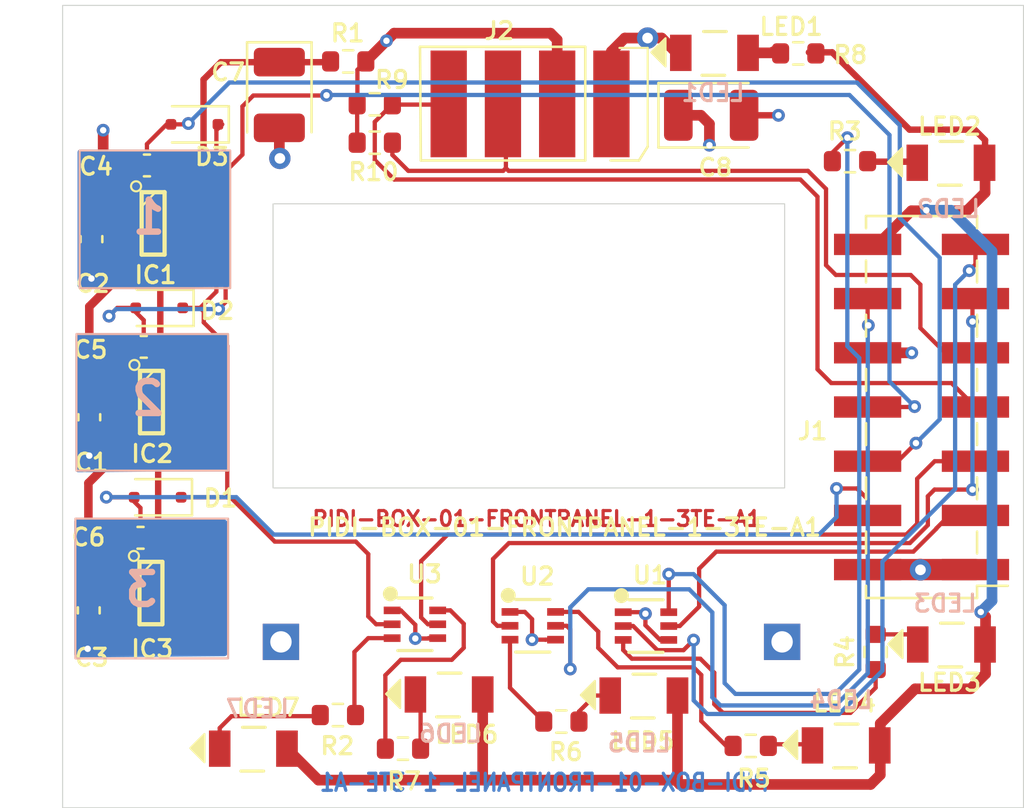
<source format=kicad_pcb>
(kicad_pcb (version 20241229) (generator "pcbnew") (generator_version "9.0")
  (layers (0 "F.Cu" signal) (4 "In1.Cu" signal) (6 "In2.Cu" signal) (2 "B.Cu" signal) (13 "F.Paste" user) (15 "B.Paste" user) (5 "F.SilkS" user "F.Silkscreen") (7 "B.SilkS" user "B.Silkscreen") (1 "F.Mask" user) (3 "B.Mask" user) (25 "Edge.Cuts" user))
  (net 0 "")
  (net 1 "GND")
  (net 2 "BUT3G16")
  (net 3 "/BUT2")
  (net 4 "/BUT1")
  (net 7 "Net-(IC1-VDD)")
  (net 12 "BUT2G25")
  (net 13 "+3.3V")
  (net 14 "BUT1G08")
  (net 15 "+5V")
  (net 16 "G9")
  (net 17 "Net-(U1-C_TR2)")
  (net 18 "Net-(U1-C_TR1)")
  (net 19 "Net-(U2-C_TR2)")
  (net 20 "SCL")
  (net 21 "Net-(U2-C_TR1)")
  (net 22 "SDA")
  (net 23 "G10")
  (net 24 "Net-(U3-C_TR1)")
  (net 25 "Net-(U3-C_TR2)")
  (net 26 "Net-(LED5-Pad1)")
  (net 27 "Net-(LED3-Pad1)")
  (net 28 "Net-(LED2-Pad1)")
  (net 29 "Net-(LED6-Pad1)")
  (net 30 "Net-(LED4-Pad1)")
  (net 31 "G17")
  (net 32 "BUT-PRESS")
  (net 33 "G20")
  (net 34 "G21")
  (net 35 "/BUT3")
  (net 36 "Net-(LED1-Pad2)")
  (net 37 "Net-(LED7-Pad1)")
  (footprint "Capacitor_SMD:C_0603_1608Metric" (layer "F.Cu") (at 86.275 78 90)
    (property "Reference" "C3")
    (property "Value" "12pF")
  )
  (footprint "Capacitor_SMD:C_0603_1608Metric" (layer "F.Cu") (at 88.85 65.65 180)
    (property "Reference" "C5")
    (property "Value" "0,1uF")
  )
  (footprint "Resistor_SMD:R_0603_1608Metric" (layer "F.Cu") (at 99.6696 54.2832 180)
    (property "Reference" "R9")
    (property "Value" "10K")
  )
  (footprint "Resistor_SMD:R_0603_1608Metric" (layer "F.Cu") (at 100.9904 84.4804)
    (property "Reference" "R7")
    (property "Value" "3K9")
  )
  (footprint "Capacitor_SMD:C_0603_1608Metric" (layer "F.Cu") (at 86.3 68.95 90)
    (property "Reference" "C1")
    (property "Value" "12pF")
  )
  (footprint "Diode_SMD:D_SOD-323F" (layer "F.Cu") (at 89.5 72.7 180)
    (property "Reference" "D1")
    (property "Value" "1N4148WS-13-F")
  )
  (footprint "MYlib_GLOBAL:SOT363_NEX" (layer "F.Cu") (at 112.3696 78.7344)
    (property "Reference" "U1")
    (property "Value" "PUMH10")
  )
  (footprint "Resistor_SMD:R_0603_1608Metric" (layer "F.Cu") (at 123.125 79.95 90)
    (property "Reference" "R4")
    (property "Value" "3K9")
  )
  (footprint "PAD_1X04-SMD_2,54:PAD_1x04_P2.54mm_Vertical" (layer "F.Cu") (at 110.7514 54.2669 -90)
    (property "Reference" "J2")
    (property "Value" "Conn_01x04_Pin" (hide yes))
  )
  (footprint "Connector_PinHeader_2.54mm:PinHeader_2x07_P2.54mm_Vertical_SMD" (layer "F.Cu") (at 125.275 68.47 180)
    (property "Reference" "J1")
    (property "Value" "Conn_02x07_Odd_Even" (hide yes))
  )
  (footprint "MYlib_GLOBAL:EVL-25-21GHC" (layer "F.Cu") (at 121.6674 84.328)
    (property "Reference" "LED4")
    (property "Value" "25-21SURC/S530-XX/TR8" (hide yes))
  )
  (footprint "MYlib_GLOBAL:SOT95P285X126-6N" (layer "F.Cu") (at 89.175 77.2)
    (property "Reference" "IC3")
    (property "Value" "TTP223E-BA6")
  )
  (footprint "MYlib_GLOBAL:SOT363_NEX" (layer "F.Cu") (at 107.0688 78.7227)
    (property "Reference" "U2")
    (property "Value" "PUMH10")
  )
  (footprint "Resistor_SMD:R_0603_1608Metric" (layer "F.Cu") (at 108.4072 83.2104)
    (property "Reference" "R6")
    (property "Value" "3K9")
  )
  (footprint "MYlib_GLOBAL:SOT363_NEX" (layer "F.Cu") (at 101.5492 78.650658)
    (property "Reference" "U3")
    (property "Value" "PUMH10")
  )
  (footprint "MYlib_GLOBAL:EVL-25-21GHC" (layer "F.Cu") (at 112.1958 81.9912)
    (property "Reference" "LED5")
    (property "Value" "25-21SURC/S530-XX/TR8" (hide yes))
  )
  (footprint "Capacitor_Tantalum_SMD:CP_EIA-3528-21_Kemet-B" (layer "F.Cu") (at 115.425 54.8)
    (property "Reference" "C8")
    (property "Value" "10uF")
  )
  (footprint "Resistor_SMD:R_0603_1608Metric" (layer "F.Cu") (at 97.9424 82.9056 180)
    (property "Reference" "R2")
    (property "Value" "3K9")
  )
  (footprint "MYlib_GLOBAL:EVL-25-21GHC" (layer "F.Cu") (at 126.575 57.025)
    (property "Reference" "LED2")
    (property "Value" "25-21/BHC-XR2S1/2A" (hide yes))
  )
  (footprint "MountingHole:MountingHole_2.1mm" (layer "F.Cu") (at 127.45 52.25)
    (property "Reference" "REF**" (hide yes))
    (property "Value" "MountingHole_2.1mm" (hide yes))
  )
  (footprint "MYlib_GLOBAL:EVL-25-21GHC" (layer "F.Cu") (at 115.5 51.875)
    (property "Reference" "LED1")
    (property "Value" "25-21/GHC-YSU/2A" (hide yes))
  )
  (footprint "Resistor_SMD:R_0603_1608Metric" (layer "F.Cu") (at 117.275 84.35)
    (property "Reference" "R5")
    (property "Value" "3K9")
  )
  (footprint "MYlib_GLOBAL:EVL-25-21GHC" (layer "F.Cu") (at 103.0732 81.9404)
    (property "Reference" "LED6")
    (property "Value" "25-21SURC/S530-XX/TR8" (hide yes))
  )
  (footprint "Resistor_SMD:R_0603_1608Metric" (layer "F.Cu") (at 119.5 51.9)
    (property "Reference" "R8")
    (property "Value" "6K8")
  )
  (footprint "Diode_SMD:D_SOD-323F" (layer "F.Cu") (at 91.225 55.225 180)
    (property "Reference" "D3")
    (property "Value" "1N4148WS-13-F")
  )
  (footprint "MYlib_GLOBAL:EVL-25-21GHC" (layer "F.Cu") (at 93.9078 84.4804)
    (property "Reference" "LED7")
    (property "Value" "25-21/GHC-YSU/2A" (hide yes))
  )
  (footprint "Diode_SMD:D_SOD-323F" (layer "F.Cu") (at 89.575 63.825 180)
    (property "Reference" "D2")
    (property "Value" "1N4148WS-13-F")
  )
  (footprint "Connector_PinSocket_2.54mm:PinSocket_1x01_P2.54mm_Vertical" (layer "F.Cu") (at 95.2754 79.4766)
    (property "Reference" "REF**" (hide yes))
    (property "Value" "PinSocket_1x01_P2.54mm_Vertical" (hide yes))
  )
  (footprint "Resistor_SMD:R_0603_1608Metric" (layer "F.Cu") (at 99.6696 56.0832 180)
    (property "Reference" "R10")
    (property "Value" "10K")
  )
  (footprint "MYlib_GLOBAL:SOT95P285X126-6N" (layer "F.Cu") (at 89.2 68.25)
    (property "Reference" "IC2")
    (property "Value" "TTP223E-BA6")
  )
  (footprint "MountingHole:MountingHole_2.1mm" (layer "F.Cu") (at 87.65 52.25)
    (property "Reference" "REF**" (hide yes))
    (property "Value" "MountingHole_2.1mm" (hide yes))
  )
  (footprint "Connector_PinSocket_2.54mm:PinSocket_1x01_P2.54mm_Vertical" (layer "F.Cu") (at 118.745 79.4766)
    (property "Reference" "REF**" (hide yes))
    (property "Value" "PinSocket_1x01_P2.54mm_Vertical" (hide yes))
  )
  (footprint "Resistor_SMD:R_0603_1608Metric" (layer "F.Cu") (at 98.425 52.275 180)
    (property "Reference" "R1")
    (property "Value" "47")
  )
  (footprint "MountingHole:MountingHole_2.1mm" (layer "F.Cu") (at 87.65 84.65)
    (property "Reference" "REF**" (hide yes))
    (property "Value" "MountingHole_2.1mm" (hide yes))
  )
  (footprint "Resistor_SMD:R_0603_1608Metric" (layer "F.Cu") (at 121.925 56.95)
    (property "Reference" "R3")
    (property "Value" "3K9")
  )
  (footprint "Capacitor_SMD:C_0603_1608Metric" (layer "F.Cu") (at 86.4 60.6044 90)
    (property "Reference" "C2")
    (property "Value" "12pF")
  )
  (footprint "MountingHole:MountingHole_2.1mm" (layer "F.Cu") (at 127.45 84.65)
    (property "Reference" "REF**" (hide yes))
    (property "Value" "MountingHole_2.1mm" (hide yes))
  )
  (footprint "Capacitor_SMD:C_0603_1608Metric" (layer "F.Cu") (at 89 57.15 180)
    (property "Reference" "C4")
    (property "Value" "0,1uF")
  )
  (footprint "MYlib_GLOBAL:EVL-25-21GHC" (layer "F.Cu") (at 126.5974 79.6)
    (property "Reference" "LED3")
    (property "Value" "25-21/GHC-YSU/2A" (hide yes))
  )
  (footprint "Capacitor_Tantalum_SMD:CP_EIA-3528-21_Kemet-B" (layer "F.Cu") (at 95.1992 53.848 -90)
    (property "Reference" "C7")
    (property "Value" "10uF")
  )
  (footprint "Capacitor_SMD:C_0603_1608Metric" (layer "F.Cu") (at 88.7 74.6 180)
    (property "Reference" "C6")
    (property "Value" "0,1uF")
  )
  (footprint "MYlib_GLOBAL:SOT95P285X126-6N" (layer "F.Cu") (at 89.2764 59.878)
    (property "Reference" "IC1")
    (property "Value" "TTP223E-BA6")
  )
  (gr_rect (start 85.85 56.45) (end 92.9 62.9) (stroke (width 0.1)) (fill no) (layer "B.SilkS"))
  (gr_rect (start 85.7 65.05) (end 92.8 71.45) (stroke (width 0.1)) (fill no) (layer "B.SilkS"))
  (gr_rect (start 85.65 73.7) (end 92.8 80.25) (stroke (width 0.1)) (fill no) (layer "B.SilkS"))
  (gr_rect (start 85.05 49.65) (end 130.05 87.25) (stroke (width 0.05)) (fill no) (layer "Edge.Cuts"))
  (gr_rect (start 94.9054 58.9488) (end 118.864 72.263) (stroke (width 0.05)) (fill no) (layer "Edge.Cuts"))
  (gr_text "PIDI-BOX-01-FRONTPANEL-1-3TE-A1" (at 96.6644 74.1172 0) (layer "F.Cu") (effects (font (size 0.7 0.7) (thickness 0.15) (bold yes)) (justify left bottom)))
  (gr_text "PIDI-BOX-01-FRONTPANEL-1-3TE-A1\n" (at 118.2116 86.5378 0) (layer "B.Cu") (effects (font (size 0.8 0.7) (thickness 0.15) (bold yes)) (justify left bottom mirror)))
  (gr_text "PIDI-BOX-01-FRONTPANEL-1-3TE-A1" (at 96.4612 74.5744 0) (layer "F.SilkS") (effects (font (size 0.8 0.8) (thickness 0.15) (bold yes)) (justify left bottom)))
  (gr_text "2" (at 89.95 68.95 0) (layer "B.SilkS") (effects (font (size 1.5 1.5) (thickness 0.3) (bold yes)) (justify left bottom mirror)))
  (gr_text "LED1" (at 115.5112 53.7464 0) (layer "B.SilkS") (effects (font (size 0.8 0.8) (thickness 0.15) (bold yes)) (justify mirror)))
  (gr_text "LED3" (at 126.3824 77.6732 0) (layer "B.SilkS") (effects (font (size 0.8 0.8) (thickness 0.15) (bold yes)) (justify mirror)))
  (gr_text "LED5" (at 112.0568 84.2264 0) (layer "B.SilkS") (effects (font (size 0.8 0.8) (thickness 0.15) (bold yes)) (justify mirror)))
  (gr_text "LED7" (at 94.1752 82.6008 0) (layer "B.SilkS") (effects (font (size 0.8 0.8) (thickness 0.15) (bold yes)) (justify mirror)))
  (gr_text "1" (at 90 60.45 0) (layer "B.SilkS") (effects (font (size 1.5 1.5) (thickness 0.3) (bold yes)) (justify left bottom mirror)))
  (gr_text "3" (at 89.65 77.9 0) (layer "B.SilkS") (effects (font (size 1.5 1.5) (thickness 0.3) (bold yes)) (justify left bottom mirror)))
  (gr_text "LED2" (at 126.5348 59.182 0) (layer "B.SilkS") (effects (font (size 0.8 0.8) (thickness 0.15) (bold yes)) (justify mirror)))
  (gr_text "LED6" (at 103.2176 83.7692 0) (layer "B.SilkS") (effects (font (size 0.8 0.8) (thickness 0.15) (bold yes)) (justify mirror)))
  (gr_text "LED4" (at 121.5056 82.1944 0) (layer "B.SilkS") (effects (font (size 0.8 0.8) (thickness 0.15) (bold yes)) (justify mirror)))
  (segment (start 88.875 70.4846) (end 88.875 68.5) (width 0.4) (layer "F.Cu") (net 1))
  (segment (start 125.15 76.125) (end 125.185 76.09) (width 0.5) (layer "F.Cu") (net 1))
  (segment (start 87.63 70.6628) (end 88.6968 70.6628) (width 0.4) (layer "F.Cu") (net 1))
  (segment (start 87.825 68.175) (end 87.9 68.25) (width 0.2) (layer "F.Cu") (net 1))
  (segment (start 86.325 65.65) (end 88.075 65.65) (width 0.4) (layer "F.Cu") (net 1))
  (segment (start 106.696201 78.072701) (end 106.002 78.072701) (width 0.2) (layer "F.Cu") (net 1))
  (segment (start 125.185 76.09) (end 125.215 76.09) (width 1) (layer "F.Cu") (net 1))
  (segment (start 122.7416 76.0984) (end 122.75 76.09) (width 0.2) (layer "F.Cu") (net 1))
  (segment (start 95.2 56.7952) (end 95.2246 56.8198) (width 0.5) (layer "F.Cu") (net 1))
  (segment (start 86.3 63.7632) (end 87.7632 62.3) (width 0.4) (layer "F.Cu") (net 1))
  (segment (start 88.225 57.15) (end 86.95 57.15) (width 0.5) (layer "F.Cu") (net 1))
  (segment (start 95.2 55.3875) (end 95.2 56.7952) (width 0.5) (layer "F.Cu") (net 1))
  (segment (start 88.875 68.5) (end 88.625 68.25) (width 0.4) (layer "F.Cu") (net 1))
  (segment (start 89.075 60.2516) (end 88.7014 59.878) (width 0.4) (layer "F.Cu") (net 1))
  (segment (start 125.215 76.09) (end 125.225 76.1) (width 1) (layer "F.Cu") (net 1))
  (segment (start 113.1086 51.181) (end 113.7526 51.825) (width 0.5) (layer "F.Cu") (net 1))
  (segment (start 101.5676 78.677258) (end 100.891001 78.000659) (width 0.2) (layer "F.Cu") (net 1))
  (segment (start 101.5676 79.317458) (end 102.174198 79.317458) (width 0.2) (layer "F.Cu") (net 1))
  (segment (start 86.284 74.6) (end 86.2584 74.5744) (width 0.4) (layer "F.Cu") (net 1))
  (segment (start 102.174198 79.317458) (end 102.190999 79.300657) (width 0.2) (layer "F.Cu") (net 1))
  (segment (start 86.3 68.175) (end 86.3 65.675) (width 0.4) (layer "F.Cu") (net 1))
  (segment (start 86.2584 74.8834) (end 86.2584 75.0316) (width 0.4) (layer "F.Cu") (net 1))
  (segment (start 86.4 59.8294) (end 86.4 57.7) (width 0.5) (layer "F.Cu") (net 1))
  (segment (start 112.272801 78.084401) (end 111.3028 78.084401) (width 0.2) (layer "F.Cu") (net 1))
  (segment (start 86.35 68.225) (end 87.775 68.225) (width 0.5) (layer "F.Cu") (net 1))
  (segment (start 125.225 76.1) (end 125.235 76.09) (width 1) (layer "F.Cu") (net 1))
  (segment (start 88.7014 59.878) (end 87.9764 59.878) (width 0.4) (layer "F.Cu") (net 1))
  (segment (start 86.4486 59.878) (end 87.872 59.878) (width 0.4) (layer "F.Cu") (net 1))
  (segment (start 87.85 77.225) (end 87.875 77.2) (width 0.2) (layer "F.Cu") (net 1))
  (segment (start 86.2584 77.2084) (end 86.2584 75.0648) (width 0.4) (layer "F.Cu") (net 1))
  (segment (start 88.625 68.25) (end 87.9 68.25) (width 0.4) (layer "F.Cu") (net 1))
  (segment (start 110.7514 51.8086) (end 111.379 51.181) (width 0.5) (layer "F.Cu") (net 1))
  (segment (start 86.4 57.7) (end 86.95 57.15) (width 0.5) (layer "F.Cu") (net 1))
  (segment (start 88.35 62.3) (end 89.075 61.575) (width 0.4) (layer "F.Cu") (net 1))
  (segment (start 110.7514 54.2669) (end 110.7514 51.8086) (width 0.5) (layer "F.Cu") (net 1))
  (segment (start 86.3 65.675) (end 86.3 63.7632) (width 0.4) (layer "F.Cu") (net 1))
  (segment (start 112.3442 78.6958) (end 113.032799 79.384399) (width 0.2) (layer "F.Cu") (net 1))
  (segment (start 125.235 76.09) (end 127.8 76.09) (width 1) (layer "F.Cu") (net 1))
  (segment (start 86.2584 74.8834) (end 86.2584 72.0344) (width 0.4) (layer "F.Cu") (net 1))
  (segment (start 107.660599 79.372699) (end 108.1356 79.372699) (width 0.2) (layer "F.Cu") (net 1))
  (segment (start 86.275 77.225) (end 86.2584 77.2084) (width 0.4) (layer "F.Cu") (net 1))
  (segment (start 122.75 76.09) (end 125.115 76.09) (width 1) (layer "F.Cu") (net 1))
  (segment (start 107.0356 78.4121) (end 106.696201 78.072701) (width 0.2) (layer "F.Cu") (net 1))
  (segment (start 112.3442 78.1558) (end 112.3442 78.6958) (width 0.2) (layer "F.Cu") (net 1))
  (segment (start 125.115 76.09) (end 125.15 76.125) (width 0.5) (layer "F.Cu") (net 1))
  (segment (start 86.95 57.15) (end 86.95 55.5) (width 0.5) (layer "F.Cu") (net 1))
  (segment (start 87.925 74.6) (end 86.284 74.6) (width 0.4) (layer "F.Cu") (net 1))
  (segment (start 102.190999 79.300657) (end 102.616 79.300657) (width 0.2) (layer "F.Cu") (net 1))
  (segment (start 112.3442 78.1558) (end 112.272801 78.084401) (width 0.2) (layer "F.Cu") (net 1))
  (segment (start 113.032799 79.384399) (end 113.4364 79.384399) (width 0.2) (layer "F.Cu") (net 1))
  (segment (start 86.3 65.675) (end 86.325 65.65) (width 0.4) (layer "F.Cu") (net 1))
  (segment (start 86.3 68.175) (end 86.35 68.225) (width 0.5) (layer "F.Cu") (net 1))
  (segment (start 111.379 51.181) (end 113.1086 51.181) (width 0.5) (layer "F.Cu") (net 1))
  (segment (start 100.891001 78.000659) (end 100.4824 78.000659) (width 0.2) (layer "F.Cu") (net 1))
  (segment (start 101.5676 79.317458) (end 101.5676 78.677258) (width 0.2) (layer "F.Cu") (net 1))
  (segment (start 107.0356 79.3727) (end 107.660598 79.3727) (width 0.2) (layer "F.Cu") (net 1))
  (segment (start 118.575 54.8) (end 116.9625 54.8) (width 0.3) (layer "F.Cu") (net 1))
  (segment (start 88.6968 70.6628) (end 88.875 70.4846) (width 0.4) (layer "F.Cu") (net 1))
  (segment (start 107.660598 79.3727) (end 107.660599 79.372699) (width 0.2) (layer "F.Cu") (net 1))
  (segment (start 86.4 59.8294) (end 86.4486 59.878) (width 0.2) (layer "F.Cu") (net 1))
  (segment (start 86.2584 72.0344) (end 87.63 70.6628) (width 0.4) (layer "F.Cu") (net 1))
  (segment (start 89.075 61.575) (end 89.075 60.2516) (width 0.4) (layer "F.Cu") (net 1))
  (segment (start 86.2584 74.5744) (end 86.2584 74.8834) (width 0.4) (layer "F.Cu") (net 1))
  (segment (start 87.872 59.878) (end 88 59.75) (width 0.2) (layer "F.Cu") (net 1))
  (segment (start 86.275 77.225) (end 87.05 77.225) (width 0.4) (layer "F.Cu") (net 1))
  (segment (start 107.0356 79.3727) (end 107.0356 78.4121) (width 0.2) (layer "F.Cu") (net 1))
  (segment (start 87.05 77.225) (end 87.85 77.225) (width 0.4) (layer "F.Cu") (net 1))
  (segment (start 87.9764 59.878) (end 87.9764 59.7736) (width 0.4) (layer "F.Cu") (net 1))
  (segment (start 87.7632 62.3) (end 88.35 62.3) (width 0.4) (layer "F.Cu") (net 1))
  (via (at 118.575 54.8) (size 0.6) (drill 0.3) (layers "F.Cu" "B.Cu") (net 1))
  (via (at 125.225 76.1) (size 1) (drill 0.5) (layers "F.Cu" "B.Cu") (net 1))
  (via (at 95.2246 56.8198) (size 1) (drill 0.5) (layers "F.Cu" "B.Cu") (net 1))
  (via (at 101.5676 79.317458) (size 0.6) (drill 0.3) (layers "F.Cu" "B.Cu") (net 1))
  (via (at 107.0356 79.3727) (size 0.6) (drill 0.3) (layers "F.Cu" "B.Cu") (net 1))
  (via (at 112.3442 78.1558) (size 0.6) (drill 0.3) (layers "F.Cu" "B.Cu") (net 1))
  (via (at 86.95 55.5) (size 0.6) (drill 0.3) (layers "F.Cu" "B.Cu") (net 1))
  (via (at 112.4458 51.181) (size 1) (drill 0.5) (layers "F.Cu" "B.Cu") (net 1))
  (segment (start 87.2744 72.6948) (end 87.2796 72.7) (width 0.2) (layer "F.Cu") (net 2))
  (segment (start 121.2946 72.2884) (end 122.2502 72.2884) (width 0.2) (layer "F.Cu") (net 2))
  (segment (start 122.2502 72.2884) (end 122.75 72.7882) (width 0.2) (layer "F.Cu") (net 2))
  (segment (start 88.6968 73.19855) (end 88.19825 72.7) (width 0.2) (layer "F.Cu") (net 2))
  (segment (start 88.6968 75.4282) (end 88.6968 73.19855) (width 0.2) (layer "F.Cu") (net 2))
  (segment (start 87.875 76.25) (end 88.6968 75.4282) (width 0.2) (layer "F.Cu") (net 2))
  (segment (start 122.75 72.7882) (end 122.75 73.55) (width 0.2) (layer "F.Cu") (net 2))
  (segment (start 87.0966 72.6948) (end 87.2744 72.6948) (width 0.2) (layer "F.Cu") (net 2))
  (segment (start 87.2796 72.7) (end 88.19825 72.7) (width 0.2) (layer "F.Cu") (net 2))
  (via (at 121.2946 72.2884) (size 0.6) (drill 0.3) (layers "F.Cu" "B.Cu") (net 2))
  (via (at 87.0966 72.6948) (size 0.6) (drill 0.3) (layers "F.Cu" "B.Cu") (net 2))
  (segment (start 121.2946 73.625) (end 121.2946 72.2884) (width 0.2) (layer "B.Cu") (net 2))
  (segment (start 120.4722 74.4474) (end 121.2946 73.625) (width 0.2) (layer "B.Cu") (net 2))
  (segment (start 94.9372 74.4474) (end 120.4722 74.4474) (width 0.2) (layer "B.Cu") (net 2))
  (segment (start 87.0966 72.6948) (end 93.1846 72.6948) (width 0.2) (layer "B.Cu") (net 2))
  (segment (start 93.1846 72.6948) (end 94.9372 74.4474) (width 0.2) (layer "B.Cu") (net 2))
  (segment (start 87.375 69.725) (end 87.9 69.2) (width 0.2) (layer "F.Cu") (net 3))
  (segment (start 86.3 69.725) (end 87.375 69.725) (width 0.2) (layer "F.Cu") (net 3))
  (segment (start 86.3 69.725) (end 86.3 70.75) (width 0.2) (layer "F.Cu") (net 3))
  (via (at 86.3 70.75) (size 0.6) (drill 0.3) (layers "F.Cu" "B.Cu") (net 3))
  (segment (start 87.375 61.325) (end 88 60.7) (width 0.2) (layer "F.Cu") (net 4))
  (segment (start 86.4 61.325) (end 86.4 62.45) (width 0.2) (layer "F.Cu") (net 4))
  (segment (start 86.4 61.325) (end 87.375 61.325) (width 0.2) (layer "F.Cu") (net 4))
  (via (at 86.4 62.45) (size 0.6) (drill 0.3) (layers "F.Cu" "B.Cu") (net 4))
  (segment (start 86.4 62.45) (end 86.4 62.3) (width 0.2) (layer "B.Cu") (net 4))
  (segment (start 97.5625 52.3125) (end 97.6 52.275) (width 0.3) (layer "F.Cu") (net 7))
  (segment (start 89.625 59.8562) (end 89.662 59.8932) (width 0.2) (layer "F.Cu") (net 7))
  (segment (start 89.625 59.725) (end 89.625 65.45) (width 0.3) (layer "F.Cu") (net 7))
  (segment (start 91.65 56.725) (end 91.65 53.125) (width 0.3) (layer "F.Cu") (net 7))
  (segment (start 89.662 59.8932) (end 90.4568 59.8932) (width 0.2) (layer "F.Cu") (net 7))
  (segment (start 92.4625 52.3125) (end 95.2 52.3125) (width 0.3) (layer "F.Cu") (net 7))
  (segment (start 89.425 76.9) (end 89.725 77.2) (width 0.3) (layer "F.Cu") (net 7))
  (segment (start 95.2 52.3125) (end 97.5625 52.3125) (width 0.3) (layer "F.Cu") (net 7))
  (segment (start 90.4568 59.8932) (end 90.6 59.75) (width 0.2) (layer "F.Cu") (net 7))
  (segment (start 89.625 59.725) (end 89.625 59.8562) (width 0.2) (layer "F.Cu") (net 7))
  (segment (start 89.525 65.75) (end 89.525 74.55) (width 0.3) (layer "F.Cu") (net 7))
  (segment (start 89.625 65.65) (end 89.525 65.75) (width 0.3) (layer "F.Cu") (net 7))
  (segment (start 89.775 57.15) (end 89.45 57.475) (width 0.3) (layer "F.Cu") (net 7))
  (segment (start 89.775 57.15) (end 91.225 57.15) (width 0.3) (layer "F.Cu") (net 7))
  (segment (start 89.425 74.65) (end 89.425 76.9) (width 0.3) (layer "F.Cu") (net 7))
  (segment (start 89.525 74.55) (end 89.475 74.6) (width 0.3) (layer "F.Cu") (net 7))
  (segment (start 91.225 57.15) (end 91.65 56.725) (width 0.3) (layer "F.Cu") (net 7))
  (segment (start 89.725 77.2) (end 90.475 77.2) (width 0.3) (layer "F.Cu") (net 7))
  (segment (start 89.475 74.6) (end 89.425 74.65) (width 0.3) (layer "F.Cu") (net 7))
  (segment (start 89.625 57.45) (end 89.625 59.725) (width 0.3) (layer "F.Cu") (net 7))
  (segment (start 91.65 53.125) (end 92.4625 52.3125) (width 0.3) (layer "F.Cu") (net 7))
  (segment (start 89.475 68.25) (end 90.5 68.25) (width 0.2) (layer "F.Cu") (net 7))
  (segment (start 89.45 65.475) (end 89.625 65.65) (width 0.3) (layer "F.Cu") (net 7))
  (segment (start 92.6846 63.5508) (end 92.3544 63.881) (width 0.2) (layer "F.Cu") (net 12))
  (segment (start 124.93 68.47) (end 122.75 68.47) (width 0.2) (layer "F.Cu") (net 12))
  (segment (start 88.8492 64.40095) (end 88.27325 63.825) (width 0.2) (layer "F.Cu") (net 12))
  (segment (start 93.98 53.8734) (end 93.472 54.3814) (width 0.2) (layer "F.Cu") (net 12))
  (segment (start 92.6846 57.4294) (end 92.6846 63.5508) (width 0.2) (layer "F.Cu") (net 12))
  (segment (start 93.472 56.642) (end 92.6846 57.4294) (width 0.2) (layer "F.Cu") (net 12))
  (segment (start 124.95 68.45) (end 124.93 68.47) (width 0.2) (layer "F.Cu") (net 12))
  (segment (start 97.3994 53.8734) (end 93.98 53.8734) (width 0.2) (layer "F.Cu") (net 12))
  (segment (start 87.6098 63.825) (end 87.2236 64.2112) (width 0.2) (layer "F.Cu") (net 12))
  (segment (start 88.8492 66.6508) (end 88.8492 64.40095) (width 0.2) (layer "F.Cu") (net 12))
  (segment (start 97.409 53.8638) (end 97.3994 53.8734) (width 0.2) (layer "F.Cu") (net 12))
  (segment (start 87.9 67.3) (end 88.2 67.3) (width 0.2) (layer "F.Cu") (net 12))
  (segment (start 93.472 54.3814) (end 93.472 56.642) (width 0.2) (layer "F.Cu") (net 12))
  (segment (start 88.27325 63.825) (end 87.6098 63.825) (width 0.2) (layer "F.Cu") (net 12))
  (segment (start 88.2 67.3) (end 88.8492 66.6508) (width 0.2) (layer "F.Cu") (net 12))
  (via (at 87.2236 64.2112) (size 0.6) (drill 0.3) (layers "F.Cu" "B.Cu") (net 12))
  (via (at 124.95 68.45) (size 0.6) (drill 0.3) (layers "F.Cu" "B.Cu") (net 12))
  (via (at 97.409 53.8638) (size 0.6) (drill 0.3) (layers "F.Cu" "B.Cu") (net 12))
  (via (at 92.3544 63.881) (size 0.6) (drill 0.3) (layers "F.Cu" "B.Cu") (net 12))
  (segment (start 97.409 53.8638) (end 97.4248 53.848) (width 0.2) (layer "B.Cu") (net 12))
  (segment (start 123.7742 67.2742) (end 124.95 68.45) (width 0.2) (layer "B.Cu") (net 12))
  (segment (start 97.4248 53.848) (end 121.898 53.848) (width 0.2) (layer "B.Cu") (net 12))
  (segment (start 121.898 53.848) (end 123.7742 55.7242) (width 0.2) (layer "B.Cu") (net 12))
  (segment (start 87.2236 64.2112) (end 87.5538 63.881) (width 0.2) (layer "B.Cu") (net 12))
  (segment (start 87.5538 63.881) (end 92.3544 63.881) (width 0.2) (layer "B.Cu") (net 12))
  (segment (start 123.7742 55.7242) (end 123.7742 67.2742) (width 0.2) (layer "B.Cu") (net 12))
  (segment (start 99.25 52.275) (end 98.8568 52.6682) (width 0.2) (layer "F.Cu") (net 13))
  (segment (start 98.8568 54.271) (end 98.8446 54.2832) (width 0.2) (layer "F.Cu") (net 13))
  (segment (start 124.8156 65.93) (end 124.8206 65.925) (width 0.5) (layer "F.Cu") (net 13))
  (segment (start 114.9392 54.8) (end 113.8875 54.8) (width 0.5) (layer "F.Cu") (net 13))
  (segment (start 98.8568 52.6682) (end 98.8568 54.271) (width 0.2) (layer "F.Cu") (net 13))
  (segment (start 108.2114 51.2646) (end 108.2114 54.2669) (width 0.5) (layer "F.Cu") (net 13))
  (segment (start 115.3414 55.2022) (end 114.9392 54.8) (width 0.5) (layer "F.Cu") (net 13))
  (segment (start 98.8446 56.0832) (end 98.8446 54.2832) (width 0.2) (layer "F.Cu") (net 13))
  (segment (start 100.5726 50.9524) (end 107.8992 50.9524) (width 0.5) (layer "F.Cu") (net 13))
  (segment (start 124.8156 65.93) (end 122.75 65.93) (width 0.5) (layer "F.Cu") (net 13))
  (segment (start 100.217 51.308) (end 99.25 52.275) (width 0.5) (layer "F.Cu") (net 13))
  (segment (start 115.3414 56.201471) (end 115.3414 55.2022) (width 0.5) (layer "F.Cu") (net 13))
  (segment (start 100.217 51.308) (end 100.5726 50.9524) (width 0.5) (layer "F.Cu") (net 13))
  (segment (start 107.8992 50.9524) (end 108.2114 51.2646) (width 0.5) (layer "F.Cu") (net 13))
  (via (at 115.3414 56.201471) (size 0.6) (drill 0.3) (layers "F.Cu" "B.Cu") (net 13))
  (via (at 100.217 51.308) (size 0.6) (drill 0.3) (layers "F.Cu" "B.Cu") (net 13))
  (via (at 124.8156 65.93) (size 0.6) (drill 0.3) (layers "F.Cu" "B.Cu") (net 13))
  (segment (start 89 58.225) (end 89 56.14825) (width 0.2) (layer "F.Cu") (net 14))
  (segment (start 124.165 71.01) (end 122.75 71.01) (width 0.2) (layer "F.Cu") (net 14))
  (segment (start 90.9401 55.1849) (end 90.9 55.225) (width 0.2) (layer "F.Cu") (net 14))
  (segment (start 88 58.8) (end 88.425 58.8) (width 0.2) (layer "F.Cu") (net 14))
  (segment (start 88.425 58.8) (end 89 58.225) (width 0.2) (layer "F.Cu") (net 14))
  (segment (start 125.0125 70.1625) (end 124.165 71.01) (width 0.2) (layer "F.Cu") (net 14))
  (segment (start 89 56.14825) (end 89.92325 55.225) (width 0.2) (layer "F.Cu") (net 14))
  (segment (start 90.9 55.225) (end 89.97325 55.225) (width 0.2) (layer "F.Cu") (net 14))
  (via (at 125.0125 70.1625) (size 0.6) (drill 0.3) (layers "F.Cu" "B.Cu") (net 14))
  (via (at 90.9401 55.1849) (size 0.6) (drill 0.3) (layers "F.Cu" "B.Cu") (net 14))
  (segment (start 126.125 69.05) (end 125.0125 70.1625) (width 0.2) (layer "B.Cu") (net 14))
  (segment (start 122.2502 53.2638) (end 124.2568 55.2704) (width 0.2) (layer "B.Cu") (net 14))
  (segment (start 124.2568 59.6068) (end 126.125 61.475) (width 0.2) (layer "B.Cu") (net 14))
  (segment (start 124.2568 55.2704) (end 124.2568 59.6068) (width 0.2) (layer "B.Cu") (net 14))
  (segment (start 126.125 61.475) (end 126.125 69.05) (width 0.2) (layer "B.Cu") (net 14))
  (segment (start 90.9401 55.1849) (end 92.8612 53.2638) (width 0.2) (layer "B.Cu") (net 14))
  (segment (start 92.8612 53.2638) (end 122.2502 53.2638) (width 0.2) (layer "B.Cu") (net 14))
  (segment (start 125.525 59.275) (end 125.5 59.25) (width 0.5) (layer "F.Cu") (net 15))
  (segment (start 124.8 59.275) (end 125.475 59.275) (width 0.5) (layer "F.Cu") (net 15))
  (segment (start 127.762 55.4736) (end 124.714 55.4736) (width 0.3) (layer "F.Cu") (net 15))
  (segment (start 104.7232 81.9404) (end 104.7232 85.8844) (width 0.5) (layer "F.Cu") (net 15))
  (segment (start 125.475 59.275) (end 125.5 59.25) (width 0.5) (layer "F.Cu") (net 15))
  (segment (start 104.7924 85.9536) (end 105.0968 85.9536) (width 0.5) (layer "F.Cu") (net 15))
  (segment (start 127.4 59.275) (end 125.525 59.275) (width 0.5) (layer "F.Cu") (net 15))
  (segment (start 124.975 81.675) (end 127.5733 81.675) (width 0.5) (layer "F.Cu") (net 15))
  (segment (start 128.25 55.9616) (end 127.762 55.4736) (width 0.3) (layer "F.Cu") (net 15))
  (segment (start 97.031 85.9536) (end 105.0968 85.9536) (width 0.5) (layer "F.Cu") (net 15))
  (segment (start 123.3424 83.3076) (end 124.975 81.675) (width 0.5) (layer "F.Cu") (net 15))
  (segment (start 121.0904 51.85) (end 120 51.85) (width 0.3) (layer "F.Cu") (net 15))
  (segment (start 113.9528 86.1568) (end 122.8895 86.1568) (width 0.5) (layer "F.Cu") (net 15))
  (segment (start 105.0968 85.9536) (end 113.7496 85.9536) (width 0.5) (layer "F.Cu") (net 15))
  (segment (start 123.225 60.85) (end 124.8 59.275) (width 0.5) (layer "F.Cu") (net 15))
  (segment (start 122.8895 86.1568) (end 123.3424 85.7039) (width 0.5) (layer "F.Cu") (net 15))
  (segment (start 113.8458 85.8574) (end 113.8458 81.9912) (width 0.5) (layer "F.Cu") (net 15))
  (segment (start 124.714 55.4736) (end 121.0904 51.85) (width 0.3) (layer "F.Cu") (net 15))
  (segment (start 123.3424 85.7039) (end 123.3424 83.3076) (width 0.5) (layer "F.Cu") (net 15))
  (segment (start 113.7496 85.9536) (end 113.9528 86.1568) (width 0.5) (layer "F.Cu") (net 15))
  (segment (start 128.25 58.425) (end 127.4 59.275) (width 0.5) (layer "F.Cu") (net 15))
  (segment (start 122.75 60.85) (end 123.225 60.85) (width 0.5) (layer "F.Cu") (net 15))
  (segment (start 104.7232 85.8844) (end 104.7924 85.9536) (width 0.5) (layer "F.Cu") (net 15))
  (segment (start 128.2724 80.9759) (end 128.2724 78.2974) (width 0.5) (layer "F.Cu") (net 15))
  (segment (start 127.5733 81.675) (end 128.2724 80.9759) (width 0.5) (layer "F.Cu") (net 15))
  (segment (start 128.2724 78.2974) (end 128.05 78.075) (width 0.5) (layer "F.Cu") (net 15))
  (segment (start 113.7496 85.9536) (end 113.8458 85.8574) (width 0.5) (layer "F.Cu") (net 15))
  (segment (start 128.25 57.05) (end 128.25 55.9616) (width 0.3) (layer "F.Cu") (net 15))
  (segment (start 95.5578 84.4804) (end 97.031 85.9536) (width 0.5) (layer "F.Cu") (net 15))
  (segment (start 128.25 57.05) (end 128.25 58.425) (width 0.5) (layer "F.Cu") (net 15))
  (via (at 125.5 59.25) (size 0.6) (drill 0.3) (layers "F.Cu" "B.Cu") (net 15))
  (via (at 128.05 78.075) (size 0.6) (drill 0.3) (layers "F.Cu" "B.Cu") (net 15))
  (segment (start 128.575 61.175) (end 126.65 59.25) (width 0.5) (layer "B.Cu") (net 15))
  (segment (start 126.65 59.25) (end 125.5 59.25) (width 0.5) (layer "B.Cu") (net 15))
  (segment (start 128.05 78.075) (end 128.575 77.55) (width 0.5) (layer "B.Cu") (net 15))
  (segment (start 128.575 77.55) (end 128.575 61.175) (width 0.5) (layer "B.Cu") (net 15))
  (segment (start 105.2068 78.5212) (end 105.2068 75.5904) (width 0.2) (layer "F.Cu") (net 16))
  (segment (start 125.5712 72.6504) (end 125.8824 72.3392) (width 0.2) (layer "F.Cu") (net 16))
  (segment (start 127.6604 64.4652) (end 127.6604 63.5296) (width 0.2) (layer "F.Cu") (net 16))
  (segment (start 105.2068 75.5904) (end 105.9498 74.8474) (width 0.2) (layer "F.Cu") (net 16))
  (segment (start 105.9498 74.8474) (end 124.727286 74.8474) (width 0.2) (layer "F.Cu") (net 16))
  (segment (start 106.002 78.7227) (end 105.4083 78.7227) (width 0.2) (layer "F.Cu") (net 16))
  (segment (start 105.4083 78.7227) (end 105.2068 78.5212) (width 0.2) (layer "F.Cu") (net 16))
  (segment (start 124.727286 74.8474) (end 125.5712 74.003486) (width 0.2) (layer "F.Cu") (net 16))
  (segment (start 125.5712 74.003486) (end 125.5712 72.6504) (width 0.2) (layer "F.Cu") (net 16))
  (segment (start 125.8824 72.3392) (end 127.6604 72.3392) (width 0.2) (layer "F.Cu") (net 16))
  (segment (start 127.6604 63.5296) (end 127.8 63.39) (width 0.2) (layer "F.Cu") (net 16))
  (via (at 127.6604 64.4652) (size 0.6) (drill 0.3) (layers "F.Cu" "B.Cu") (net 16))
  (via (at 127.6604 72.3392) (size 0.6) (drill 0.3) (layers "F.Cu" "B.Cu") (net 16))
  (segment (start 127.6604 64.4652) (end 127.6604 64.516) (width 0.2) (layer "B.Cu") (net 16))
  (segment (start 127.6604 72.3392) (end 127.6604 64.4652) (width 0.2) (layer "B.Cu") (net 16))
  (segment (start 123.125 81.625) (end 123.125 80.775) (width 0.2) (layer "F.Cu") (net 17))
  (segment (start 111.3028 79.8576) (end 111.7092 80.264) (width 0.2) (layer "F.Cu") (net 17))
  (segment (start 115.9764 82.804) (end 121.946 82.804) (width 0.2) (layer "F.Cu") (net 17))
  (segment (start 111.3028 79.384399) (end 111.3028 79.8576) (width 0.2) (layer "F.Cu") (net 17))
  (segment (start 121.946 82.804) (end 123.125 81.625) (width 0.2) (layer "F.Cu") (net 17))
  (segment (start 114.913043 80.264) (end 115.57 80.920957) (width 0.2) (layer "F.Cu") (net 17))
  (segment (start 111.7092 80.264) (end 114.913043 80.264) (width 0.2) (layer "F.Cu") (net 17))
  (segment (start 115.57 82.3976) (end 115.9764 82.804) (width 0.2) (layer "F.Cu") (net 17))
  (segment (start 115.57 80.920957) (end 115.57 82.3976) (width 0.2) (layer "F.Cu") (net 17))
  (segment (start 121.1 56.55) (end 121.8 55.85) (width 0.2) (layer "F.Cu") (net 18))
  (segment (start 121.1 56.95) (end 121.1 56.55) (width 0.2) (layer "F.Cu") (net 18))
  (segment (start 113.4364 76.3016) (end 113.4364 78.084401) (width 0.2) (layer "F.Cu") (net 18))
  (via (at 121.8 55.85) (size 0.6) (drill 0.3) (layers "F.Cu" "B.Cu") (net 18))
  (via (at 113.4364 76.3016) (size 0.6) (drill 0.3) (layers "F.Cu" "B.Cu") (net 18))
  (segment (start 113.4364 76.3016) (end 114.5968 76.3016) (width 0.2) (layer "B.Cu") (net 18))
  (segment (start 114.5968 76.3016) (end 116.0526 77.7574) (width 0.2) (layer "B.Cu") (net 18))
  (segment (start 116.0526 81.407) (end 116.5606 81.915) (width 0.2) (layer "B.Cu") (net 18))
  (segment (start 116.5606 81.915) (end 121.220428 81.915) (width 0.2) (layer "B.Cu") (net 18))
  (segment (start 121.220428 81.915) (end 122.3582 80.777228) (width 0.2) (layer "B.Cu") (net 18))
  (segment (start 122.3582 66.1734) (end 121.8 65.6152) (width 0.2) (layer "B.Cu") (net 18))
  (segment (start 121.8 65.6152) (end 121.8 55.85) (width 0.2) (layer "B.Cu") (net 18))
  (segment (start 116.0526 77.7574) (end 116.0526 81.407) (width 0.2) (layer "B.Cu") (net 18))
  (segment (start 122.3582 80.777228) (end 122.3582 66.1734) (width 0.2) (layer "B.Cu") (net 18))
  (segment (start 106.002 79.372699) (end 106.002 81.6302) (width 0.2) (layer "F.Cu") (net 19))
  (segment (start 106.002 81.6302) (end 107.5822 83.2104) (width 0.2) (layer "F.Cu") (net 19))
  (segment (start 124.7648 62.2808) (end 125.222 62.738) (width 0.2) (layer "F.Cu") (net 20))
  (segment (start 100.4946 56.0832) (end 100.4946 56.6582) (width 0.2) (layer "F.Cu") (net 20))
  (segment (start 120.8024 61.8236) (end 121.2596 62.2808) (width 0.2) (layer "F.Cu") (net 20))
  (segment (start 105.81 57.277) (end 105.81 54.4055) (width 0.2) (layer "F.Cu") (net 20))
  (segment (start 125.222 64.77) (end 126.382 65.93) (width 0.2) (layer "F.Cu") (net 20))
  (segment (start 121.2596 62.2808) (end 124.7648 62.2808) (width 0.2) (layer "F.Cu") (net 20))
  (segment (start 105.937 57.404) (end 119.9562 57.404) (width 0.2) (layer "F.Cu") (net 20))
  (segment (start 101.2404 57.404) (end 105.683 57.404) (width 0.2) (layer "F.Cu") (net 20))
  (segment (start 119.9562 57.404) (end 120.8024 58.2502) (width 0.2) (layer "F.Cu") (net 20))
  (segment (start 105.81 54.4055) (end 105.6714 54.2669) (width 0.2) (layer "F.Cu") (net 20))
  (segment (start 105.683 57.404) (end 105.81 57.277) (width 0.2) (layer "F.Cu") (net 20))
  (segment (start 120.8024 58.2502) (end 120.8024 61.8236) (width 0.2) (layer "F.Cu") (net 20))
  (segment (start 125.222 62.738) (end 125.222 64.77) (width 0.2) (layer "F.Cu") (net 20))
  (segment (start 100.4946 56.6582) (end 101.2404 57.404) (width 0.2) (layer "F.Cu") (net 20))
  (segment (start 105.81 57.277) (end 105.937 57.404) (width 0.2) (layer "F.Cu") (net 20))
  (segment (start 126.382 65.93) (end 127.8 65.93) (width 0.2) (layer "F.Cu") (net 20))
  (segment (start 108.1356 78.072701) (end 109.213101 78.072701) (width 0.2) (layer "F.Cu") (net 21))
  (segment (start 109.213101 78.072701) (end 110.1344 78.994) (width 0.2) (layer "F.Cu") (net 21))
  (segment (start 114.6048 80.6704) (end 114.9604 81.026) (width 0.2) (layer "F.Cu") (net 21))
  (segment (start 114.9604 81.026) (end 114.9604 83.185) (width 0.2) (layer "F.Cu") (net 21))
  (segment (start 111.0488 80.6704) (end 114.6048 80.6704) (width 0.2) (layer "F.Cu") (net 21))
  (segment (start 114.9604 83.185) (end 116.1254 84.35) (width 0.2) (layer "F.Cu") (net 21))
  (segment (start 110.1344 78.994) (end 110.1344 79.756) (width 0.2) (layer "F.Cu") (net 21))
  (segment (start 110.1344 79.756) (end 111.0488 80.6704) (width 0.2) (layer "F.Cu") (net 21))
  (segment (start 116.1254 84.35) (end 116.45 84.35) (width 0.2) (layer "F.Cu") (net 21))
  (segment (start 120.4024 58.6122) (end 120.4024 66.7024) (width 0.2) (layer "F.Cu") (net 22))
  (segment (start 100.584 57.8104) (end 119.6006 57.8104) (width 0.2) (layer "F.Cu") (net 22))
  (segment (start 103.0983 54.3) (end 103.1314 54.2669) (width 0.2) (layer "F.Cu") (net 22))
  (segment (start 120.4024 66.7024) (end 121.05 67.35) (width 0.2) (layer "F.Cu") (net 22))
  (segment (start 100.4946 54.2832) (end 99.6696 55.1082) (width 0.2) (layer "F.Cu") (net 22))
  (segment (start 99.6696 56.896) (end 100.584 57.8104) (width 0.2) (layer "F.Cu") (net 22))
  (segment (start 99.6696 55.1082) (end 99.6696 56.896) (width 0.2) (layer "F.Cu") (net 22))
  (segment (start 121.05 67.35) (end 126.68 67.35) (width 0.2) (layer "F.Cu") (net 22))
  (segment (start 126.68 67.35) (end 127.8 68.47) (width 0.2) (layer "F.Cu") (net 22))
  (segment (start 100.9 54.3) (end 103.0983 54.3) (width 0.2) (layer "F.Cu") (net 22))
  (segment (start 119.6006 57.8104) (end 120.4024 58.6122) (width 0.2) (layer "F.Cu") (net 22))
  (segment (start 103.27 54.4055) (end 103.27 55.15) (width 0.2) (layer "F.Cu") (net 22))
  (segment (start 127.508 62.0776) (end 127.508 62.0776) (width 0.2) (layer "F.Cu") (net 23))
  (segment (start 127.508 62.0776) (end 127.8 61.7856) (width 0.2) (layer "F.Cu") (net 23))
  (segment (start 114.598349 79.39395) (end 114.128299 79.864) (width 0.2) (layer "F.Cu") (net 23))
  (segment (start 127.8 61.7856) (end 127.8 60.85) (width 0.2) (layer "F.Cu") (net 23))
  (segment (start 114.128299 79.864) (end 112.9028 79.864) (width 0.2) (layer "F.Cu") (net 23))
  (segment (start 111.7732 78.7344) (end 111.3028 78.7344) (width 0.2) (layer "F.Cu") (net 23))
  (segment (start 114.59835 79.39395) (end 114.598349 79.39395) (width 0.2) (layer "F.Cu") (net 23))
  (segment (start 112.9028 79.864) (end 111.7732 78.7344) (width 0.2) (layer "F.Cu") (net 23))
  (via (at 114.59835 79.39395) (size 0.6) (drill 0.3) (layers "F.Cu" "B.Cu") (net 23))
  (via (at 127.508 62.0776) (size 0.6) (drill 0.3) (layers "F.Cu" "B.Cu") (net 23))
  (segment (start 114.59835 79.39395) (end 114.6048 79.4004) (width 0.2) (layer "B.Cu") (net 23))
  (segment (start 126.8476 72.3138) (end 126.8476 62.738) (width 0.2) (layer "B.Cu") (net 23))
  (segment (start 123.444 75.7174) (end 126.8476 72.3138) (width 0.2) (layer "B.Cu") (net 23))
  (segment (start 114.6048 82.2198) (end 115.2398 82.8548) (width 0.2) (layer "B.Cu") (net 23))
  (segment (start 123.444 80.8228) (end 123.444 75.7174) (width 0.2) (layer "B.Cu") (net 23))
  (segment (start 126.8476 62.738) (end 127.508 62.0776) (width 0.2) (layer "B.Cu") (net 23))
  (segment (start 121.412 82.8548) (end 123.444 80.8228) (width 0.2) (layer "B.Cu") (net 23))
  (segment (start 115.2398 82.8548) (end 121.412 82.8548) (width 0.2) (layer "B.Cu") (net 23))
  (segment (start 114.6048 79.4004) (end 114.6048 82.2198) (width 0.2) (layer "B.Cu") (net 23))
  (segment (start 100.8888 80.3148) (end 103.2764 80.3148) (width 0.2) (layer "F.Cu") (net 24))
  (segment (start 103.2764 80.3148) (end 103.8352 79.756) (width 0.2) (layer "F.Cu") (net 24))
  (segment (start 100.1654 81.0382) (end 100.8888 80.3148) (width 0.2) (layer "F.Cu") (net 24))
  (segment (start 103.8352 79.756) (end 103.8352 78.626159) (width 0.2) (layer "F.Cu") (net 24))
  (segment (start 103.8352 78.626159) (end 103.2097 78.000659) (width 0.2) (layer "F.Cu") (net 24))
  (segment (start 103.2097 78.000659) (end 102.616 78.000659) (width 0.2) (layer "F.Cu") (net 24))
  (segment (start 100.1654 84.4804) (end 100.1654 81.0382) (width 0.2) (layer "F.Cu") (net 24))
  (segment (start 99.362943 79.300657) (end 100.4824 79.300657) (width 0.2) (layer "F.Cu") (net 25))
  (segment (start 98.7166 82.8548) (end 98.7166 79.947) (width 0.2) (layer "F.Cu") (net 25))
  (segment (start 98.7674 82.9056) (end 98.7166 82.8548) (width 0.2) (layer "F.Cu") (net 25))
  (segment (start 98.7166 79.947) (end 99.362943 79.300657) (width 0.2) (layer "F.Cu") (net 25))
  (segment (start 109.982 81.9912) (end 110.6958 81.9912) (width 0.2) (layer "F.Cu") (net 26))
  (segment (start 109.2322 83.2104) (end 109.2322 82.741) (width 0.2) (layer "F.Cu") (net 26))
  (segment (start 109.2322 82.741) (end 109.982 81.9912) (width 0.2) (layer "F.Cu") (net 26))
  (segment (start 124.7 79.125) (end 125.175 79.6) (width 0.2) (layer "F.Cu") (net 27))
  (segment (start 123.125 79.125) (end 124.7 79.125) (width 0.2) (layer "F.Cu") (net 27))
  (segment (start 122.75 56.95) (end 122.775 56.975) (width 0.3) (layer "F.Cu") (net 28))
  (segment (start 122.775 56.975) (end 125.1026 56.975) (width 0.3) (layer "F.Cu") (net 28))
  (segment (start 101.8154 84.4804) (end 101.8154 82.1826) (width 0.2) (layer "F.Cu") (net 29))
  (segment (start 101.8154 82.1826) (end 101.5732 81.9404) (width 0.2) (layer "F.Cu") (net 29))
  (segment (start 118.175 84.275) (end 120.0894 84.275) (width 0.2) (layer "F.Cu") (net 30))
  (segment (start 118.1 84.35) (end 118.175 84.275) (width 0.2) (layer "F.Cu") (net 30))
  (segment (start 120.0894 84.275) (end 120.1424 84.328) (width 0.2) (layer "F.Cu") (net 30))
  (segment (start 122.7836 64.643) (end 122.75 64.6094) (width 0.2) (layer "F.Cu") (net 31))
  (segment (start 108.825 80.5828) (end 108.8293 80.5785) (width 0.2) (layer "F.Cu") (net 31))
  (segment (start 122.7836 64.643) (end 122.682 64.7446) (width 0.2) (layer "F.Cu") (net 31))
  (segment (start 108.825 80.7466) (end 108.825 80.5828) (width 0.2) (layer "F.Cu") (net 31))
  (segment (start 108.8293 78.894899) (end 108.657101 78.7227) (width 0.2) (layer "F.Cu") (net 31))
  (segment (start 122.682 64.7446) (end 122.682 64.77) (width 0.2) (layer "F.Cu") (net 31))
  (segment (start 108.657101 78.7227) (end 108.1356 78.7227) (width 0.2) (layer "F.Cu") (net 31))
  (segment (start 122.75 64.6094) (end 122.75 63.39) (width 0.2) (layer "F.Cu") (net 31))
  (segment (start 108.8293 80.5785) (end 108.8293 78.894899) (width 0.2) (layer "F.Cu") (net 31))
  (via (at 122.7836 64.643) (size 0.6) (drill 0.3) (layers "F.Cu" "B.Cu") (net 31))
  (via (at 108.825 80.7466) (size 0.6) (drill 0.3) (layers "F.Cu" "B.Cu") (net 31))
  (segment (start 115.8558 82.4548) (end 121.246314 82.4548) (width 0.2) (layer "B.Cu") (net 31))
  (segment (start 122.7582 80.942914) (end 122.7582 64.6684) (width 0.2) (layer "B.Cu") (net 31))
  (segment (start 122.7582 64.6684) (end 122.7836 64.643) (width 0.2) (layer "B.Cu") (net 31))
  (segment (start 114.3936 77.0128) (end 115.47775 78.09695) (width 0.2) (layer "B.Cu") (net 31))
  (segment (start 121.246314 82.4548) (end 122.7582 80.942914) (width 0.2) (layer "B.Cu") (net 31))
  (segment (start 108.825 80.7466) (end 108.825 77.857) (width 0.2) (layer "B.Cu") (net 31))
  (segment (start 115.47775 78.09695) (end 115.47775 82.07675) (width 0.2) (layer "B.Cu") (net 31))
  (segment (start 115.47775 82.07675) (end 115.8558 82.4548) (width 0.2) (layer "B.Cu") (net 31))
  (segment (start 108.825 77.857) (end 109.6692 77.0128) (width 0.2) (layer "B.Cu") (net 31))
  (segment (start 109.6692 77.0128) (end 114.3936 77.0128) (width 0.2) (layer "B.Cu") (net 31))
  (segment (start 98.7806 74.7776) (end 99.3648 75.3618) (width 0.2) (layer "F.Cu") (net 32))
  (segment (start 90.87675 63.825) (end 91.4908 63.825) (width 0.2) (layer "F.Cu") (net 32))
  (segment (start 94.988 74.7776) (end 98.7806 74.7776) (width 0.2) (layer "F.Cu") (net 32))
  (segment (start 91.4908 63.825) (end 91.6606 63.9948) (width 0.2) (layer "F.Cu") (net 32))
  (segment (start 91.6606 64.508) (end 92.7608 65.6082) (width 0.2) (layer "F.Cu") (net 32))
  (segment (start 99.3648 78.2828) (end 99.732658 78.650658) (width 0.2) (layer "F.Cu") (net 32))
  (segment (start 92.9104 72.7) (end 94.988 74.7776) (width 0.2) (layer "F.Cu") (net 32))
  (segment (start 92.52675 55.225) (end 92.2528 55.49895) (width 0.2) (layer "F.Cu") (net 32))
  (segment (start 92.7608 72.7) (end 90.80175 72.7) (width 0.2) (layer "F.Cu") (net 32))
  (segment (start 92.2528 55.49895) (end 92.2528 63.063) (width 0.2) (layer "F.Cu") (net 32))
  (segment (start 99.3648 75.3618) (end 99.3648 78.2828) (width 0.2) (layer "F.Cu") (net 32))
  (segment (start 99.732658 78.650658) (end 100.4824 78.650658) (width 0.2) (layer "F.Cu") (net 32))
  (segment (start 91.6606 63.9948) (end 91.6606 64.508) (width 0.2) (layer "F.Cu") (net 32))
  (segment (start 92.2528 63.063) (end 91.4908 63.825) (width 0.2) (layer "F.Cu") (net 32))
  (segment (start 92.7608 72.7) (end 92.9104 72.7) (width 0.2) (layer "F.Cu") (net 32))
  (segment (start 91.4908 63.825) (end 91.5783 63.9125) (width 0.2) (layer "F.Cu") (net 32))
  (segment (start 92.7608 65.6082) (end 92.7608 72.7) (width 0.2) (layer "F.Cu") (net 32))
  (segment (start 125.9712 74.169172) (end 124.892972 75.2474) (width 0.2) (layer "F.Cu") (net 33))
  (segment (start 124.892972 75.2474) (end 115.659 75.2474) (width 0.2) (layer "F.Cu") (net 33))
  (segment (start 114.8588 77.8256) (end 113.95 78.7344) (width 0.2) (layer "F.Cu") (net 33))
  (segment (start 113.95 78.7344) (end 113.4364 78.7344) (width 0.2) (layer "F.Cu") (net 33))
  (segment (start 125.9712 74.1554) (end 125.9712 74.169172) (width 0.2) (layer "F.Cu") (net 33))
  (segment (start 127.8 73.55) (end 126.5766 73.55) (width 0.2) (layer "F.Cu") (net 33))
  (segment (start 115.659 75.2474) (end 114.8588 76.0476) (width 0.2) (layer "F.Cu") (net 33))
  (segment (start 114.8588 76.0476) (end 114.8588 77.8256) (width 0.2) (layer "F.Cu") (net 33))
  (segment (start 126.5766 73.55) (end 125.9712 74.1554) (width 0.2) (layer "F.Cu") (net 33))
  (segment (start 125.0696 73.9394) (end 124.5616 74.4474) (width 0.2) (layer "F.Cu") (net 34))
  (segment (start 103.081101 74.4474) (end 101.840343 75.688158) (width 0.2) (layer "F.Cu") (net 34))
  (segment (start 124.5616 74.4474) (end 103.081101 74.4474) (width 0.2) (layer "F.Cu") (net 34))
  (segment (start 125.0696 71.8312) (end 125.0696 73.9394) (width 0.2) (layer "F.Cu") (net 34))
  (segment (start 101.840343 78.3336) (end 102.157401 78.650658) (width 0.2) (layer "F.Cu") (net 34))
  (segment (start 102.157401 78.650658) (end 102.616 78.650658) (width 0.2) (layer "F.Cu") (net 34))
  (segment (start 101.840343 75.688158) (end 101.840343 78.3336) (width 0.2) (layer "F.Cu") (net 34))
  (segment (start 127.8 71.01) (end 125.8908 71.01) (width 0.2) (layer "F.Cu") (net 34))
  (segment (start 125.8908 71.01) (end 125.0696 71.8312) (width 0.2) (layer "F.Cu") (net 34))
  (segment (start 86.275 79.75) (end 86.225 79.8) (width 0.2) (layer "F.Cu") (net 35))
  (segment (start 87.25 78.775) (end 87.875 78.15) (width 0.2) (layer "F.Cu") (net 35))
  (segment (start 86.275 78.775) (end 86.275 79.75) (width 0.2) (layer "F.Cu") (net 35))
  (segment (start 86.275 78.775) (end 87.25 78.775) (width 0.2) (layer "F.Cu") (net 35))
  (via (at 86.225 79.8) (size 0.6) (drill 0.3) (layers "F.Cu" "B.Cu") (net 35))
  (segment (start 116.9224 51.875) (end 118.65 51.875) (width 0.5) (layer "F.Cu") (net 36))
  (segment (start 118.325 51.825) (end 118.35 51.85) (width 0.5) (layer "F.Cu") (net 36))
  (segment (start 97.1174 82.9056) (end 97.0666 82.9564) (width 0.2) (layer "F.Cu") (net 37))
  (segment (start 92.964 82.9564) (end 97.0666 82.9564) (width 0.2) (layer "F.Cu") (net 37))
  (segment (start 92.4078 84.4804) (end 92.4078 83.5126) (width 0.2) (layer "F.Cu") (net 37))
  (segment (start 92.4078 83.5126) (end 92.964 82.9564) (width 0.2) (layer "F.Cu") (net 37))
  (segment (start 97.0666 82.9564) (end 97.0666 83.2104) (width 0.2) (layer "F.Cu") (net 37))
  (zone (net 3) (net_name "/BUT2") (layer "B.Cu") (priority 2) (connect_pads (clearance 0.5)) (min_thickness 0.25) (fill yes (thermal_gap 0.5) (thermal_bridge_width 0.5) (island_removal_mode 1) (island_area_min 10))
    (polygon (pts (xy 85.6488 65.026258) (xy 92.8116 65.079316) (xy 92.8116 71.4756) (xy 85.6488 71.528658)))
  )
  (zone (net 4) (net_name "/BUT1") (layer "B.Cu") (priority 2) (connect_pads (clearance 0.5)) (min_thickness 0.25) (fill yes (thermal_gap 0.5) (thermal_bridge_width 0.5) (island_removal_mode 1) (island_area_min 10))
    (polygon (pts (xy 85.750695 56.398915) (xy 92.913495 56.451973) (xy 92.913495 62.848257) (xy 85.750695 62.901315)))
  )
  (zone (net 35) (net_name "/BUT3") (layer "B.Cu") (priority 2) (connect_pads (clearance 0.5)) (min_thickness 0.25) (fill yes (thermal_gap 0.5) (thermal_bridge_width 0.5) (island_removal_mode 1) (island_area_min 10))
    (polygon (pts (xy 85.596757 73.69726) (xy 92.759557 73.750318) (xy 92.759557 80.146602) (xy 85.596757 80.19966)))
  )
)
</source>
